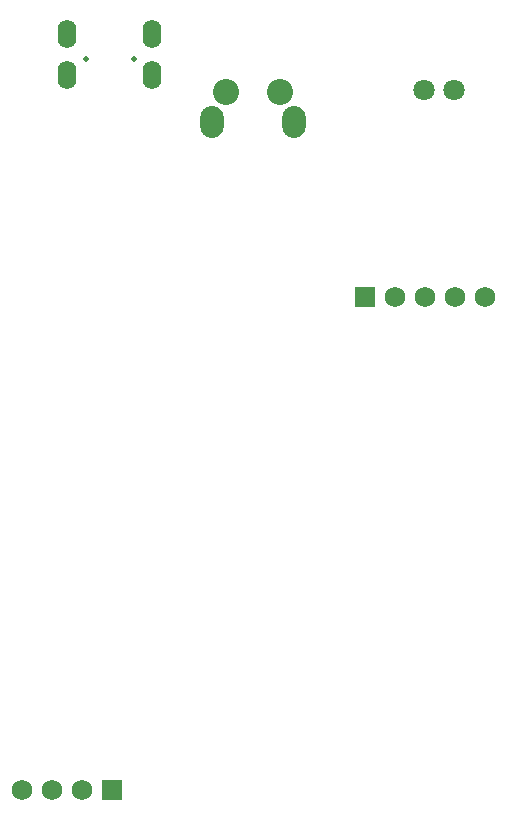
<source format=gbs>
%FSTAX23Y23*%
%MOIN*%
%SFA1B1*%

%IPPOS*%
%ADD58C,0.070992*%
%ADD59C,0.019811*%
%ADD60O,0.063118X0.094614*%
%ADD61O,0.078866X0.106425*%
%ADD62C,0.086740*%
%ADD63R,0.068000X0.068000*%
%ADD64C,0.068000*%
%LNÎÂÊª¶È¹âÕÕ´«¸Ð-1*%
%LPD*%
G54D58*
X06914Y03794D03*
X07014D03*
G54D59*
X05787Y03897D03*
X05945D03*
G54D60*
X05724Y03845D03*
X06008D03*
Y03982D03*
X05724D03*
G54D61*
X06205Y03689D03*
X06481D03*
G54D62*
X06432Y03787D03*
X06254D03*
G54D63*
X06718Y03105D03*
X05874Y01461D03*
G54D64*
X06818Y03105D03*
X06918D03*
X07018D03*
X07118D03*
X05574Y01461D03*
X05674D03*
X05774D03*
M02*
</source>
